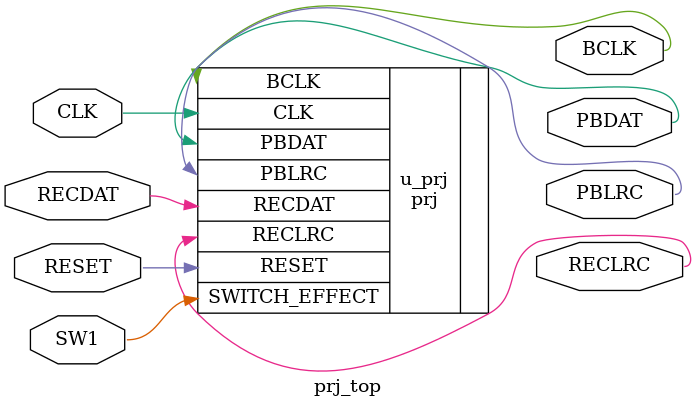
<source format=v>

module prj_top(
CLK,
RESET,
PBDAT,
RECDAT,
BCLK,
PBLRC,
RECLRC,
SW1
);

input CLK;
input RESET;
output PBDAT;
input RECDAT;
output BCLK;
output PBLRC;
output RECLRC;
input SW1;

prj  u_prj(
    .CLK(CLK),
    .RESET(RESET),
    .PBDAT(PBDAT),
    .RECDAT(RECDAT),
    .BCLK(BCLK),
    .PBLRC(PBLRC),
    .RECLRC(RECLRC),
    .SWITCH_EFFECT(SW1)
    );

endmodule

</source>
